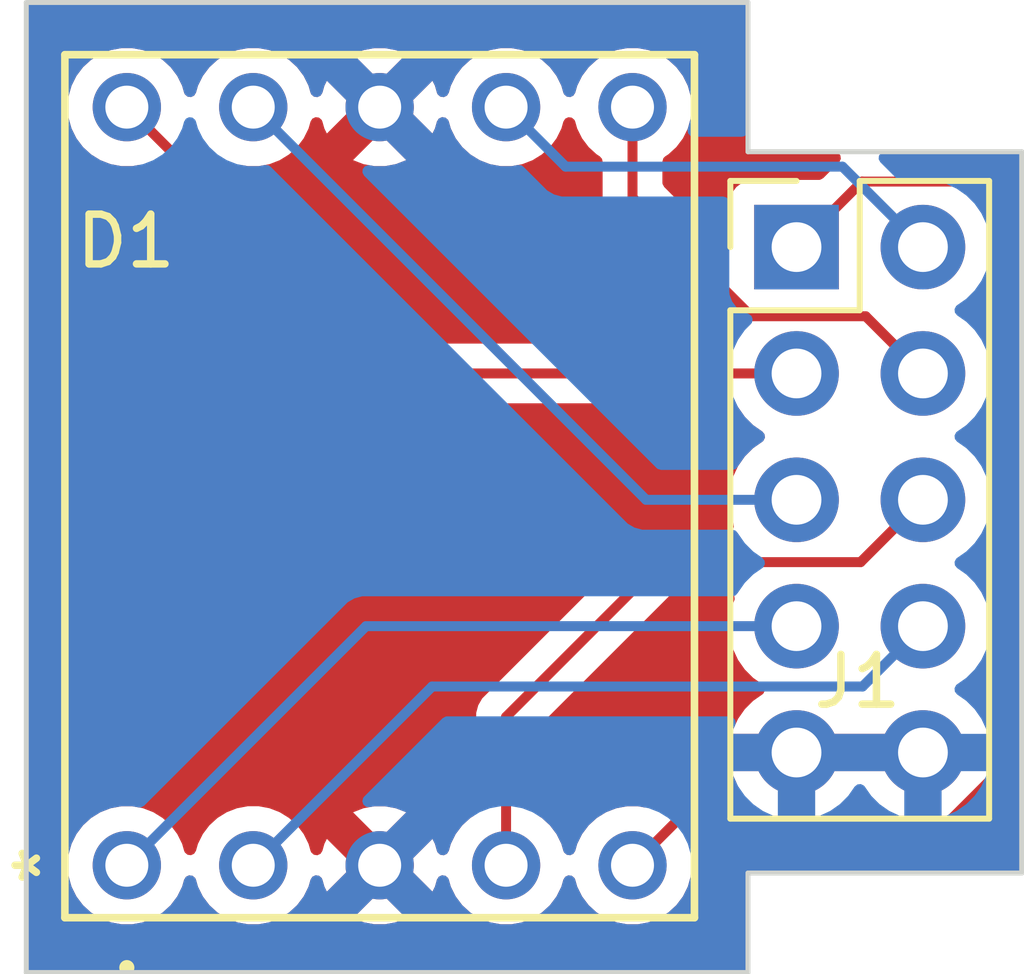
<source format=kicad_pcb>
(kicad_pcb (version 20240108) (generator "pcbnew") (generator_version "8.0")
  (layers (0 "F.Cu" signal) (1 "In1.Cu" signal) (2 "In2.Cu" signal) (31 "B.Cu" signal) (34 "B.Paste" user) (35 "F.Paste" user) (36 "B.SilkS" user "B.Silkscreen") (37 "F.SilkS" user "F.Silkscreen") (38 "B.Mask" user) (39 "F.Mask" user) (44 "Edge.Cuts" user))
  (net 0 "")
  (net 1 "GND")
  (net 2 "Net-(D1-Pad6)")
  (net 3 "Net-(D1-Pad7)")
  (net 4 "Net-(D1-Pad9)")
  (net 5 "Net-(D1-Pad10)")
  (net 6 "Net-(D1-Pad4)")
  (net 7 "Net-(D1-Pad1)")
  (net 8 "Net-(D1-Pad5)")
  (net 9 "Net-(D1-Pad2)")
  (footprint "AVR-KiCAD-Lib-Connectors:PPPC052LFBN-RC_2x05_Pitch2.54mm" (layer "F.Cu") (at 164.9752 86.4172)
    (property "Reference" "J1" (at 1.2248 8.7328 0) (layer "F.SilkS"))
    (property "Value" "PPPC052LFBN-RC" (hide yes))
    (fp_line (start -1.33 -1.33) (end 0 -1.33) (stroke (width 0.12)) (layer "F.SilkS"))
    (fp_line (start -1.33 0) (end -1.33 -1.33) (stroke (width 0.12)) (layer "F.SilkS"))
    (fp_line (start -1.33 1.27) (end -1.33 11.49) (stroke (width 0.12)) (layer "F.SilkS"))
    (fp_line (start -1.33 1.27) (end 1.27 1.27) (stroke (width 0.12)) (layer "F.SilkS"))
    (fp_line (start -1.33 11.49) (end 3.87 11.49) (stroke (width 0.12)) (layer "F.SilkS"))
    (fp_line (start 1.27 -1.33) (end 3.87 -1.33) (stroke (width 0.12)) (layer "F.SilkS"))
    (fp_line (start 1.27 1.27) (end 1.27 -1.33) (stroke (width 0.12)) (layer "F.SilkS"))
    (fp_line (start 3.87 -1.33) (end 3.87 11.49) (stroke (width 0.12)) (layer "F.SilkS"))
    (pad "1" thru_hole rect (at 0 0) (size 1.7 1.7) (drill 1) (layers "*.Cu" "*.Mask") (net 8 "Net-(D1-Pad5)"))
    (pad "2" thru_hole oval (at 2.54 0) (size 1.7 1.7) (drill 1) (layers "*.Cu" "*.Mask") (net 3 "Net-(D1-Pad7)"))
    (pad "3" thru_hole oval (at 0 2.54) (size 1.7 1.7) (drill 1) (layers "*.Cu" "*.Mask") (net 5 "Net-(D1-Pad10)"))
    (pad "4" thru_hole oval (at 2.54 2.54) (size 1.7 1.7) (drill 1) (layers "*.Cu" "*.Mask") (net 2 "Net-(D1-Pad6)"))
    (pad "5" thru_hole oval (at 0 5.08) (size 1.7 1.7) (drill 1) (layers "*.Cu" "*.Mask") (net 4 "Net-(D1-Pad9)"))
    (pad "6" thru_hole oval (at 2.54 5.08) (size 1.7 1.7) (drill 1) (layers "*.Cu" "*.Mask") (net 6 "Net-(D1-Pad4)"))
    (pad "7" thru_hole oval (at 0 7.62) (size 1.7 1.7) (drill 1) (layers "*.Cu" "*.Mask") (net 7 "Net-(D1-Pad1)"))
    (pad "8" thru_hole oval (at 2.54 7.62) (size 1.7 1.7) (drill 1) (layers "*.Cu" "*.Mask") (net 9 "Net-(D1-Pad2)"))
    (pad "9" thru_hole oval (at 0 10.16) (size 1.7 1.7) (drill 1) (layers "*.Cu" "*.Mask") (net 1 "GND"))
    (pad "10" thru_hole oval (at 2.54 10.16) (size 1.7 1.7) (drill 1) (layers "*.Cu" "*.Mask") (net 1 "GND"))
  )
  (footprint "AVR-KiCAD-Lib-Diodes:HDSP-511x&slash_HDSP-513x&slash_HDSP-515A_BRA" (layer "F.Cu") (at 151.52 98.84375 90)
    (property "Reference" "D1" (at 12.54375 -0.02 0) (layer "F.SilkS"))
    (property "Value" "HDSP-515A" (hide yes))
    (fp_line (start 16.2941 -1.2446) (end -1.0541 -1.2446) (stroke (width 0.1524)) (layer "F.SilkS"))
    (fp_line (start -1.0541 -1.2446) (end -1.0541 11.4046) (stroke (width 0.1524)) (layer "F.SilkS"))
    (fp_line (start 16.2941 11.4046) (end 16.2941 -1.2446) (stroke (width 0.1524)) (layer "F.SilkS"))
    (fp_line (start -1.0541 11.4046) (end 16.2941 11.4046) (stroke (width 0.1524)) (layer "F.SilkS"))
    (fp_circle (center -2.0574 0) (end -1.9812 0) (stroke (width 0.1524)) (fill none) (layer "F.SilkS"))
    (fp_text user "*" (at 0 -1.7 90) (layer "F.SilkS"))
    (pad "1" thru_hole circle (at 0 0 90) (size 1.3716 1.3716) (drill 0.8636) (layers "*.Cu" "*.Mask") (net 7 "Net-(D1-Pad1)"))
    (pad "2" thru_hole circle (at 0 2.54 90) (size 1.3716 1.3716) (drill 0.8636) (layers "*.Cu" "*.Mask") (net 9 "Net-(D1-Pad2)"))
    (pad "3" thru_hole circle (at 0 5.08 90) (size 1.3716 1.3716) (drill 0.8636) (layers "*.Cu" "*.Mask") (net 1 "GND"))
    (pad "4" thru_hole circle (at 0 7.62 90) (size 1.3716 1.3716) (drill 0.8636) (layers "*.Cu" "*.Mask") (net 6 "Net-(D1-Pad4)"))
    (pad "5" thru_hole circle (at 0 10.16 90) (size 1.3716 1.3716) (drill 0.8636) (layers "*.Cu" "*.Mask") (net 8 "Net-(D1-Pad5)"))
    (pad "6" thru_hole circle (at 15.24 10.16 90) (size 1.3716 1.3716) (drill 0.8636) (layers "*.Cu" "*.Mask") (net 2 "Net-(D1-Pad6)"))
    (pad "7" thru_hole circle (at 15.24 7.62 90) (size 1.3716 1.3716) (drill 0.8636) (layers "*.Cu" "*.Mask") (net 3 "Net-(D1-Pad7)"))
    (pad "8" thru_hole circle (at 15.24 5.08 90) (size 1.3716 1.3716) (drill 0.8636) (layers "*.Cu" "*.Mask") (net 1 "GND"))
    (pad "9" thru_hole circle (at 15.24 2.54 90) (size 1.3716 1.3716) (drill 0.8636) (layers "*.Cu" "*.Mask") (net 4 "Net-(D1-Pad9)"))
    (pad "10" thru_hole circle (at 15.24 0 90) (size 1.3716 1.3716) (drill 0.8636) (layers "*.Cu" "*.Mask") (net 5 "Net-(D1-Pad10)"))
  )
  (gr_line (start 164 99) (end 169.5 99) (stroke (width 0.1)) (layer "Edge.Cuts"))
  (gr_line (start 164 84.5) (end 164 81.5) (stroke (width 0.1)) (layer "Edge.Cuts"))
  (gr_line (start 149.5 101) (end 164 101) (stroke (width 0.1)) (layer "Edge.Cuts"))
  (gr_line (start 169.5 99) (end 169.5 84.5) (stroke (width 0.1)) (layer "Edge.Cuts"))
  (gr_line (start 164 101) (end 164 99) (stroke (width 0.1)) (layer "Edge.Cuts"))
  (gr_line (start 169.5 84.5) (end 164 84.5) (stroke (width 0.1)) (layer "Edge.Cuts"))
  (gr_line (start 149.5 81.5) (end 149.5 101) (stroke (width 0.1)) (layer "Edge.Cuts"))
  (gr_line (start 164 81.5) (end 149.5 81.5) (stroke (width 0.1)) (layer "Edge.Cuts"))
  (segment (start 164.0652 87.8072) (end 166.3652 87.8072) (width 0.2) (layer "F.Cu") (net 2))
  (segment (start 166.3652 87.8072) (end 167.5152 88.9572) (width 0.2) (layer "F.Cu") (net 2))
  (segment (start 161.68 85.422) (end 164.0652 87.8072) (width 0.2) (layer "F.Cu") (net 2))
  (segment (start 161.68 83.60375) (end 161.68 85.422) (width 0.2) (layer "F.Cu") (net 2))
  (segment (start 165.898 84.8) (end 167.5152 86.4172) (width 0.2) (layer "B.Cu") (net 3))
  (segment (start 159.14 83.60375) (end 160.33625 84.8) (width 0.2) (layer "B.Cu") (net 3))
  (segment (start 160.33625 84.8) (end 165.898 84.8) (width 0.2) (layer "B.Cu") (net 3))
  (segment (start 161.95345 91.4972) (end 164.9752 91.4972) (width 0.2) (layer "B.Cu") (net 4))
  (segment (start 154.06 83.60375) (end 161.95345 91.4972) (width 0.2) (layer "B.Cu") (net 4))
  (segment (start 151.52 83.60375) (end 156.87345 88.9572) (width 0.2) (layer "F.Cu") (net 5))
  (segment (start 156.87345 88.9572) (end 164.9752 88.9572) (width 0.2) (layer "F.Cu") (net 5))
  (segment (start 162.25 92.75) (end 159.14 95.86) (width 0.2) (layer "F.Cu") (net 6))
  (segment (start 166.2624 92.75) (end 162.25 92.75) (width 0.2) (layer "F.Cu") (net 6))
  (segment (start 167.5152 91.4972) (end 166.2624 92.75) (width 0.2) (layer "F.Cu") (net 6))
  (segment (start 159.14 95.86) (end 159.14 98.84375) (width 0.2) (layer "F.Cu") (net 6))
  (segment (start 156.32655 94.0372) (end 151.52 98.84375) (width 0.2) (layer "B.Cu") (net 7))
  (segment (start 164.9752 94.0372) (end 156.32655 94.0372) (width 0.2) (layer "B.Cu") (net 7))
  (segment (start 162.57375 97.95) (end 161.68 98.84375) (width 0.2) (layer "F.Cu") (net 8))
  (segment (start 168.05 97.95) (end 162.57375 97.95) (width 0.2) (layer "F.Cu") (net 8))
  (segment (start 166.2924 85.1) (end 168.3 85.1) (width 0.2) (layer "F.Cu") (net 8))
  (segment (start 168.3 85.1) (end 168.9 85.7) (width 0.2) (layer "F.Cu") (net 8))
  (segment (start 164.9752 86.4172) (end 166.2924 85.1) (width 0.2) (layer "F.Cu") (net 8))
  (segment (start 168.9 97.1) (end 168.05 97.95) (width 0.2) (layer "F.Cu") (net 8))
  (segment (start 168.9 85.7) (end 168.9 97.1) (width 0.2) (layer "F.Cu") (net 8))
  (segment (start 167.5152 94.0372) (end 166.3024 95.25) (width 0.2) (layer "B.Cu") (net 9))
  (segment (start 166.3024 95.25) (end 157.65375 95.25) (width 0.2) (layer "B.Cu") (net 9))
  (segment (start 157.65375 95.25) (end 154.06 98.84375) (width 0.2) (layer "B.Cu") (net 9))
  (zone (net 1) (net_name "GND") (layers "F.Cu" "In1.Cu" "In2.Cu" "B.Cu") (connect_pads (clearance 0.5)) (min_thickness 0.25) (fill yes (thermal_gap 0.5) (thermal_bridge_width 0.75))
    (polygon (pts (xy 149.5 81.5) (xy 164.05 81.45) (xy 164.05 84.45) (xy 169.55 84.45) (xy 169.55 99.05) (xy 164.05 99.05) (xy 164.05 101.05) (xy 149.45 101.05) (xy 149.45 81.5)))
  )
)
</source>
